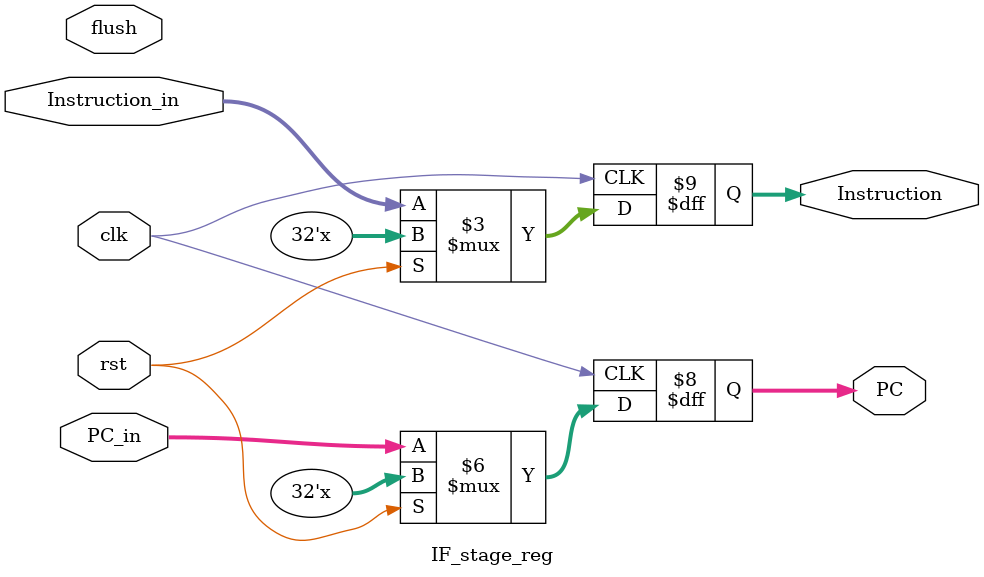
<source format=v>
module IF_stage_reg(input clk, input rst, input flush, input[31:0] PC_in, input [31:0] Instruction_in, output reg [31:0] PC, output reg [31:0] Instruction);

always @(posedge clk) begin
	if (rst) begin
		PC = 32'dz;
		Instruction = 32'dz;
	end
	else begin
		PC = PC_in;
		Instruction = Instruction_in;
	end
end

endmodule 
</source>
